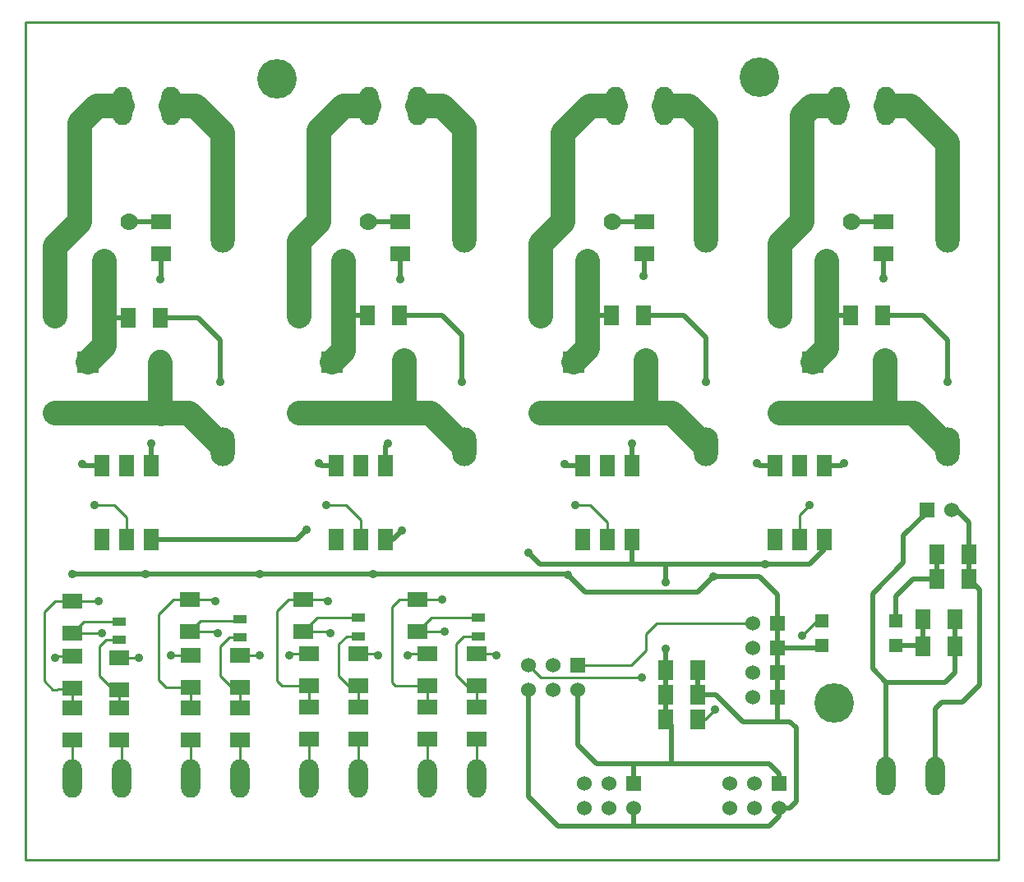
<source format=gbl>
G04 (created by PCBNEW (2011-nov-30)-testing) date ven. 21 sept. 2012 13:22:40 CEST*
%MOIN*%
G04 Gerber Fmt 3.4, Leading zero omitted, Abs format*
%FSLAX34Y34*%
G01*
G70*
G90*
G04 APERTURE LIST*
%ADD10C,0.006*%
%ADD11C,0.01*%
%ADD12R,0.06X0.08*%
%ADD13R,0.06X0.06*%
%ADD14C,0.06*%
%ADD15O,0.078X0.156*%
%ADD16C,0.055*%
%ADD17R,0.062X0.09*%
%ADD18R,0.0882X0.0882*%
%ADD19C,0.0882*%
%ADD20R,0.055X0.055*%
%ADD21O,0.0984X0.1575*%
%ADD22C,0.07*%
%ADD23R,0.08X0.06*%
%ADD24R,0.055X0.035*%
%ADD25C,0.16*%
%ADD26C,0.035*%
%ADD27C,0.02*%
%ADD28C,0.1*%
G04 APERTURE END LIST*
G54D10*
G54D11*
X51100Y-61600D02*
X51100Y-61400D01*
X90550Y-61600D02*
X51100Y-61600D01*
X90550Y-27600D02*
X90550Y-61600D01*
X51100Y-27600D02*
X90550Y-27600D01*
X51100Y-61400D02*
X51100Y-27600D01*
G54D12*
X66250Y-39500D03*
X64950Y-39500D03*
X56550Y-39600D03*
X55250Y-39600D03*
X76150Y-39500D03*
X74850Y-39500D03*
X85850Y-39500D03*
X84550Y-39500D03*
G54D13*
X73500Y-53700D03*
G54D14*
X73500Y-54700D03*
X72500Y-53700D03*
X72500Y-54700D03*
X71500Y-53700D03*
X71500Y-54700D03*
G54D15*
X66990Y-31000D03*
X65020Y-31000D03*
X76990Y-31000D03*
X75020Y-31000D03*
X56990Y-31000D03*
X55020Y-31000D03*
X85990Y-31000D03*
X84020Y-31000D03*
G54D16*
X52300Y-43469D03*
X52300Y-39531D03*
X62200Y-43469D03*
X62200Y-39531D03*
X72000Y-43469D03*
X72000Y-39531D03*
X81700Y-43469D03*
X81700Y-39531D03*
G54D17*
X65700Y-48600D03*
X64700Y-48600D03*
X63700Y-48600D03*
X63700Y-45600D03*
X64700Y-45600D03*
X65700Y-45600D03*
X75700Y-48600D03*
X74700Y-48600D03*
X73700Y-48600D03*
X73700Y-45600D03*
X74700Y-45600D03*
X75700Y-45600D03*
X83500Y-48600D03*
X82500Y-48600D03*
X81500Y-48600D03*
X81500Y-45600D03*
X82500Y-45600D03*
X83500Y-45600D03*
X56200Y-48600D03*
X55200Y-48600D03*
X54200Y-48600D03*
X54200Y-45600D03*
X55200Y-45600D03*
X56200Y-45600D03*
G54D18*
X73324Y-41400D03*
G54D19*
X76276Y-41350D03*
G54D18*
X63524Y-41400D03*
G54D19*
X66476Y-41350D03*
G54D18*
X53624Y-41400D03*
G54D19*
X56576Y-41350D03*
G54D18*
X83024Y-41400D03*
G54D19*
X85976Y-41350D03*
G54D13*
X81650Y-58500D03*
G54D14*
X81650Y-59500D03*
X80650Y-58500D03*
X80650Y-59500D03*
X79650Y-58500D03*
X79650Y-59500D03*
G54D13*
X75750Y-58500D03*
G54D14*
X75750Y-59500D03*
X74750Y-58500D03*
X74750Y-59500D03*
X73750Y-58500D03*
X73750Y-59500D03*
G54D12*
X78350Y-55900D03*
X77050Y-55900D03*
X88050Y-50200D03*
X89350Y-50200D03*
X88050Y-49200D03*
X89350Y-49200D03*
X87500Y-51850D03*
X88800Y-51850D03*
X87500Y-52950D03*
X88800Y-52950D03*
G54D20*
X86400Y-51900D03*
X86400Y-52900D03*
X83400Y-52900D03*
X83400Y-51900D03*
G54D21*
X59100Y-36169D03*
X59100Y-44831D03*
X68900Y-36169D03*
X68900Y-44831D03*
X78700Y-36169D03*
X78700Y-44831D03*
X88500Y-36169D03*
X88500Y-44831D03*
G54D22*
X55300Y-35700D03*
X54300Y-37300D03*
X53300Y-35700D03*
X65000Y-35700D03*
X64000Y-37300D03*
X63000Y-35700D03*
X74900Y-35700D03*
X73900Y-37300D03*
X72900Y-35700D03*
X84600Y-35700D03*
X83600Y-37300D03*
X82600Y-35700D03*
G54D12*
X77050Y-54900D03*
X78350Y-54900D03*
X77050Y-53900D03*
X78350Y-53900D03*
G54D23*
X56600Y-37000D03*
X56600Y-35700D03*
X66300Y-37000D03*
X66300Y-35700D03*
X76200Y-37000D03*
X76200Y-35700D03*
X85900Y-37000D03*
X85900Y-35700D03*
G54D24*
X64600Y-52525D03*
X64600Y-51775D03*
X59800Y-52575D03*
X59800Y-51825D03*
X54900Y-52675D03*
X54900Y-51925D03*
X69450Y-52525D03*
X69450Y-51775D03*
G54D23*
X64600Y-56700D03*
X64600Y-55400D03*
X67400Y-53250D03*
X67400Y-54550D03*
X67000Y-52350D03*
X67000Y-51050D03*
X67400Y-56700D03*
X67400Y-55400D03*
X69400Y-56700D03*
X69400Y-55400D03*
X69400Y-53250D03*
X69400Y-54550D03*
X62600Y-53250D03*
X62600Y-54550D03*
X62350Y-52350D03*
X62350Y-51050D03*
X62600Y-56700D03*
X62600Y-55400D03*
X64600Y-53250D03*
X64600Y-54550D03*
X54900Y-53400D03*
X54900Y-54700D03*
X57800Y-53300D03*
X57800Y-54600D03*
X57750Y-52350D03*
X57750Y-51050D03*
X57800Y-56750D03*
X57800Y-55450D03*
X59800Y-53300D03*
X59800Y-54600D03*
X59800Y-56750D03*
X59800Y-55450D03*
X53000Y-53350D03*
X53000Y-54650D03*
X53000Y-52400D03*
X53000Y-51100D03*
X53000Y-56750D03*
X53000Y-55450D03*
X54900Y-56750D03*
X54900Y-55450D03*
G54D15*
X53010Y-58300D03*
X54980Y-58300D03*
X57810Y-58300D03*
X59780Y-58300D03*
X62610Y-58300D03*
X64580Y-58300D03*
X67410Y-58300D03*
X69380Y-58300D03*
X86010Y-58200D03*
X87980Y-58200D03*
G54D13*
X81600Y-55000D03*
G54D14*
X80600Y-55000D03*
G54D13*
X81600Y-54000D03*
G54D14*
X80600Y-54000D03*
G54D13*
X81600Y-52000D03*
G54D14*
X80600Y-52000D03*
G54D13*
X81600Y-53000D03*
G54D14*
X80600Y-53000D03*
G54D13*
X87650Y-47400D03*
G54D14*
X88650Y-47400D03*
G54D25*
X61300Y-29900D03*
X80850Y-29850D03*
X83900Y-55250D03*
G54D26*
X81100Y-49600D03*
X77050Y-53050D03*
X77050Y-50350D03*
X71500Y-49150D03*
X66350Y-48250D03*
X62500Y-48200D03*
X59000Y-42200D03*
X56200Y-44700D03*
X53400Y-45550D03*
X56550Y-38050D03*
X68800Y-42200D03*
X65800Y-44700D03*
X63000Y-45500D03*
X66300Y-38050D03*
X78700Y-42200D03*
X75700Y-44700D03*
X72950Y-45550D03*
X76150Y-37900D03*
X88500Y-42200D03*
X84300Y-45500D03*
X80750Y-45500D03*
X85900Y-38000D03*
X55700Y-53400D03*
X60600Y-53300D03*
X65400Y-53300D03*
X70200Y-53300D03*
X79050Y-55500D03*
X76100Y-54200D03*
X82600Y-52500D03*
X73100Y-50050D03*
X65200Y-50000D03*
X60600Y-50000D03*
X55950Y-50000D03*
X53000Y-50000D03*
X79000Y-50100D03*
X73400Y-47200D03*
X82900Y-47200D03*
X63300Y-47200D03*
X54200Y-52400D03*
X53900Y-47200D03*
X68100Y-52350D03*
X68000Y-51050D03*
X63450Y-52400D03*
X63350Y-51100D03*
X54050Y-51100D03*
X58900Y-52400D03*
X58800Y-51100D03*
X57000Y-53300D03*
X52300Y-53400D03*
X61800Y-53300D03*
X66600Y-53300D03*
G54D27*
X75750Y-57700D02*
X75750Y-58500D01*
X73500Y-55950D02*
X73500Y-56950D01*
X73500Y-54700D02*
X73500Y-55650D01*
X75550Y-57700D02*
X75750Y-57700D01*
X73500Y-55950D02*
X73500Y-55650D01*
X74250Y-57700D02*
X75550Y-57700D01*
X73500Y-56950D02*
X74250Y-57700D01*
X77300Y-56150D02*
X77300Y-57700D01*
X77050Y-54900D02*
X77050Y-55900D01*
X77050Y-53050D02*
X77050Y-53900D01*
X77050Y-55000D02*
X77050Y-53900D01*
X75750Y-57700D02*
X76200Y-57700D01*
X77300Y-57700D02*
X76200Y-57700D01*
X77300Y-57700D02*
X77300Y-57650D01*
X77300Y-57650D02*
X77300Y-57700D01*
X81650Y-58500D02*
X81650Y-58100D01*
X81650Y-58100D02*
X81250Y-57700D01*
X81250Y-57700D02*
X77300Y-57700D01*
X77050Y-49600D02*
X77050Y-50350D01*
X77000Y-49600D02*
X77050Y-49600D01*
X72700Y-49600D02*
X71950Y-49600D01*
X73700Y-49600D02*
X72800Y-49600D01*
X72800Y-49600D02*
X72700Y-49600D01*
X75700Y-49600D02*
X73700Y-49600D01*
X71950Y-49600D02*
X71500Y-49150D01*
X65700Y-48600D02*
X66000Y-48600D01*
X66000Y-48600D02*
X66350Y-48250D01*
X62100Y-48600D02*
X62500Y-48200D01*
X56200Y-48600D02*
X62100Y-48600D01*
X76950Y-55100D02*
X77050Y-55000D01*
X82900Y-49600D02*
X81100Y-49600D01*
X81100Y-49600D02*
X81000Y-49600D01*
X83500Y-49000D02*
X82900Y-49600D01*
X81000Y-49600D02*
X80300Y-49600D01*
X83500Y-48600D02*
X83500Y-49000D01*
X80300Y-49600D02*
X77000Y-49600D01*
X77000Y-49600D02*
X75700Y-49600D01*
X75700Y-48600D02*
X75700Y-49600D01*
X56550Y-39600D02*
X58100Y-39600D01*
X58100Y-39600D02*
X59000Y-40500D01*
X59000Y-40500D02*
X59000Y-42200D01*
X56200Y-44700D02*
X56200Y-45600D01*
X56600Y-37050D02*
X56600Y-38000D01*
X53450Y-45600D02*
X54200Y-45600D01*
X53400Y-45550D02*
X53450Y-45600D01*
X56600Y-38000D02*
X56550Y-38050D01*
X55300Y-35700D02*
X56550Y-35700D01*
X56550Y-35700D02*
X56600Y-35750D01*
X66250Y-39500D02*
X68000Y-39500D01*
X68000Y-39500D02*
X68800Y-40300D01*
X68800Y-40300D02*
X68800Y-42200D01*
X65800Y-44700D02*
X65700Y-44800D01*
X65700Y-44800D02*
X65700Y-45600D01*
X66300Y-37000D02*
X66300Y-38050D01*
X63100Y-45600D02*
X63700Y-45600D01*
X63000Y-45500D02*
X63100Y-45600D01*
X65000Y-35700D02*
X66300Y-35700D01*
X76150Y-39500D02*
X77800Y-39500D01*
X77800Y-39500D02*
X78700Y-40400D01*
X78700Y-40400D02*
X78700Y-42200D01*
X75700Y-44700D02*
X75700Y-45600D01*
X76200Y-37000D02*
X76200Y-37850D01*
X73000Y-45600D02*
X73700Y-45600D01*
X72950Y-45550D02*
X73000Y-45600D01*
X76200Y-37850D02*
X76150Y-37900D01*
X74900Y-35700D02*
X76200Y-35700D01*
X85850Y-39500D02*
X87500Y-39500D01*
X87500Y-39500D02*
X88500Y-40500D01*
X88500Y-40500D02*
X88500Y-42200D01*
X84300Y-45500D02*
X84200Y-45600D01*
X84200Y-45600D02*
X83500Y-45600D01*
X85900Y-37000D02*
X85900Y-38000D01*
X80850Y-45600D02*
X81500Y-45600D01*
X80750Y-45500D02*
X80850Y-45600D01*
X84600Y-35700D02*
X85900Y-35700D01*
G54D28*
X54300Y-39500D02*
X54300Y-40724D01*
X54300Y-40724D02*
X53624Y-41400D01*
G54D27*
X55250Y-39600D02*
X54300Y-39600D01*
X54500Y-39500D02*
X54300Y-39500D01*
X54400Y-39500D02*
X54500Y-39500D01*
X54300Y-39600D02*
X54400Y-39500D01*
G54D28*
X54300Y-37300D02*
X54300Y-39500D01*
X56576Y-41450D02*
X56576Y-43469D01*
X56600Y-43500D02*
X56600Y-43469D01*
X56600Y-43493D02*
X56600Y-43500D01*
X56576Y-43469D02*
X56600Y-43493D01*
X52300Y-43469D02*
X56600Y-43469D01*
X56600Y-43469D02*
X57738Y-43469D01*
X57738Y-43469D02*
X59100Y-44831D01*
X59100Y-36169D02*
X59100Y-32100D01*
X58000Y-31000D02*
X56990Y-31000D01*
X59100Y-32100D02*
X58000Y-31000D01*
X52300Y-39531D02*
X52300Y-36700D01*
X52300Y-36700D02*
X53300Y-35700D01*
X53300Y-35700D02*
X53300Y-31700D01*
X53300Y-31700D02*
X54000Y-31000D01*
X54000Y-31000D02*
X55020Y-31000D01*
G54D27*
X64950Y-39500D02*
X64000Y-39500D01*
X64000Y-39500D02*
X63800Y-39500D01*
X63800Y-39500D02*
X64000Y-39500D01*
G54D28*
X64000Y-37300D02*
X64000Y-39500D01*
X64000Y-39500D02*
X64000Y-40924D01*
X64000Y-40924D02*
X63524Y-41400D01*
X66476Y-41350D02*
X66476Y-43469D01*
X66500Y-43200D02*
X66500Y-43469D01*
X66500Y-43445D02*
X66500Y-43200D01*
X66476Y-43469D02*
X66500Y-43445D01*
X62200Y-43469D02*
X66500Y-43469D01*
X66500Y-43469D02*
X67538Y-43469D01*
X67538Y-43469D02*
X68900Y-44831D01*
X68900Y-36169D02*
X68900Y-31900D01*
X68000Y-31000D02*
X66990Y-31000D01*
X68900Y-31900D02*
X68000Y-31000D01*
X63000Y-35700D02*
X63000Y-32000D01*
X63000Y-32000D02*
X64000Y-31000D01*
X64000Y-31000D02*
X65020Y-31000D01*
X62200Y-39531D02*
X62200Y-36500D01*
X62200Y-36500D02*
X63000Y-35700D01*
G54D27*
X74850Y-39500D02*
X73900Y-39500D01*
X73900Y-39500D02*
X74000Y-39500D01*
X74000Y-39500D02*
X73900Y-39500D01*
G54D28*
X73900Y-37300D02*
X73900Y-39500D01*
X73900Y-39500D02*
X73900Y-40824D01*
X73900Y-40824D02*
X73324Y-41400D01*
X76276Y-41350D02*
X76276Y-43469D01*
X76300Y-43300D02*
X76300Y-43469D01*
X76300Y-43445D02*
X76300Y-43300D01*
X76276Y-43469D02*
X76300Y-43445D01*
X72000Y-43469D02*
X76300Y-43469D01*
X76300Y-43469D02*
X77338Y-43469D01*
X77338Y-43469D02*
X78700Y-44831D01*
X78700Y-36169D02*
X78700Y-31700D01*
X78000Y-31000D02*
X76990Y-31000D01*
X78700Y-31700D02*
X78000Y-31000D01*
X72900Y-35700D02*
X72900Y-32100D01*
X72900Y-32100D02*
X74000Y-31000D01*
X74000Y-31000D02*
X75020Y-31000D01*
X72000Y-39531D02*
X72000Y-36600D01*
X72000Y-36600D02*
X72900Y-35700D01*
G54D27*
X83600Y-39500D02*
X84550Y-39500D01*
G54D28*
X83600Y-37300D02*
X83600Y-39500D01*
X83600Y-39500D02*
X83600Y-40824D01*
X83600Y-40824D02*
X83024Y-41400D01*
X85976Y-43469D02*
X86000Y-43469D01*
X85976Y-41350D02*
X85976Y-43469D01*
X86000Y-43469D02*
X87138Y-43469D01*
X81700Y-43469D02*
X86000Y-43469D01*
X87138Y-43469D02*
X88500Y-44831D01*
X88500Y-36169D02*
X88500Y-32500D01*
X87000Y-31000D02*
X85990Y-31000D01*
X88500Y-32500D02*
X87000Y-31000D01*
X81700Y-39531D02*
X81700Y-36600D01*
X81700Y-36600D02*
X82600Y-35700D01*
X82600Y-35700D02*
X82600Y-31400D01*
X82600Y-31400D02*
X83000Y-31000D01*
X83000Y-31000D02*
X84020Y-31000D01*
G54D11*
X54900Y-53400D02*
X55700Y-53400D01*
X54980Y-58300D02*
X54980Y-56830D01*
X54980Y-56830D02*
X54900Y-56750D01*
X59800Y-53300D02*
X60600Y-53300D01*
X59780Y-58300D02*
X59780Y-56770D01*
X59780Y-56770D02*
X59800Y-56750D01*
X64600Y-53250D02*
X65350Y-53250D01*
X65350Y-53250D02*
X65400Y-53300D01*
X64580Y-58300D02*
X64580Y-56720D01*
X64580Y-56720D02*
X64600Y-56700D01*
X69400Y-53250D02*
X70150Y-53250D01*
X70150Y-53250D02*
X70200Y-53300D01*
X69380Y-58300D02*
X69380Y-56720D01*
X69380Y-56720D02*
X69400Y-56700D01*
X76700Y-52000D02*
X80600Y-52000D01*
X76250Y-52450D02*
X76700Y-52000D01*
X76250Y-53100D02*
X76250Y-52450D01*
X75650Y-53700D02*
X76250Y-53100D01*
X73500Y-53700D02*
X75650Y-53700D01*
G54D27*
X86010Y-54410D02*
X88390Y-54410D01*
X88800Y-54000D02*
X88800Y-52950D01*
X88390Y-54410D02*
X88800Y-54000D01*
X85450Y-50800D02*
X85450Y-53850D01*
X87650Y-47400D02*
X87650Y-47500D01*
X87650Y-47500D02*
X86700Y-48450D01*
X86700Y-48450D02*
X86700Y-49550D01*
X86700Y-49550D02*
X85450Y-50800D01*
X86010Y-54410D02*
X86010Y-56790D01*
X85450Y-53850D02*
X86010Y-54410D01*
X86010Y-57900D02*
X86010Y-56790D01*
X88800Y-51850D02*
X88800Y-52950D01*
X87980Y-56450D02*
X87980Y-55470D01*
X89800Y-54500D02*
X89800Y-50650D01*
X89800Y-50650D02*
X89350Y-50200D01*
X89100Y-55200D02*
X89800Y-54500D01*
X88250Y-55200D02*
X89100Y-55200D01*
X87980Y-55470D02*
X88250Y-55200D01*
X88650Y-47400D02*
X88850Y-47400D01*
X89350Y-47900D02*
X89350Y-49200D01*
X88850Y-47400D02*
X89350Y-47900D01*
X89350Y-50200D02*
X89350Y-49200D01*
X87980Y-57900D02*
X87980Y-56450D01*
X87980Y-56450D02*
X87980Y-56320D01*
G54D11*
X78350Y-55900D02*
X78650Y-55900D01*
X78650Y-55900D02*
X79050Y-55500D01*
X72000Y-54200D02*
X76100Y-54200D01*
X71500Y-53700D02*
X72000Y-54200D01*
X83400Y-51900D02*
X83200Y-51900D01*
X83200Y-51900D02*
X82600Y-52500D01*
G54D27*
X86400Y-52900D02*
X87450Y-52900D01*
X87450Y-52900D02*
X87500Y-52950D01*
X87500Y-51850D02*
X87500Y-52950D01*
G54D11*
X87450Y-51900D02*
X87500Y-51850D01*
G54D27*
X88050Y-50200D02*
X87100Y-50200D01*
X87100Y-50200D02*
X86400Y-50900D01*
X86400Y-50900D02*
X86400Y-51900D01*
X88050Y-49200D02*
X88050Y-50200D01*
X82350Y-56550D02*
X82350Y-59250D01*
X82350Y-56250D02*
X82100Y-56000D01*
X81600Y-56000D02*
X82100Y-56000D01*
X82350Y-56550D02*
X82350Y-56250D01*
X82350Y-59250D02*
X82100Y-59500D01*
X71500Y-54700D02*
X71500Y-59050D01*
X71750Y-59300D02*
X72700Y-60250D01*
X72700Y-60250D02*
X75750Y-60250D01*
X71500Y-59050D02*
X71750Y-59300D01*
X82100Y-59500D02*
X81650Y-59500D01*
X81600Y-56000D02*
X81600Y-55450D01*
X81600Y-55450D02*
X81600Y-55000D01*
X75750Y-60250D02*
X81250Y-60250D01*
X81250Y-60250D02*
X81650Y-59850D01*
X81650Y-59850D02*
X81650Y-59500D01*
X81600Y-56000D02*
X81050Y-56000D01*
X81600Y-53000D02*
X83300Y-53000D01*
X83300Y-53000D02*
X83400Y-52900D01*
X78350Y-54900D02*
X79100Y-54900D01*
X79100Y-54900D02*
X80200Y-56000D01*
X80200Y-56000D02*
X81050Y-56000D01*
X78350Y-53900D02*
X78350Y-55000D01*
X81600Y-55000D02*
X81600Y-54000D01*
X81600Y-53000D02*
X81600Y-54000D01*
X81600Y-52000D02*
X81600Y-53000D01*
X80100Y-50100D02*
X80850Y-50100D01*
X79000Y-50100D02*
X79600Y-50100D01*
X79600Y-50100D02*
X80100Y-50100D01*
X81600Y-50850D02*
X81600Y-52000D01*
X80850Y-50100D02*
X81600Y-50850D01*
X75750Y-60250D02*
X75750Y-59500D01*
X79000Y-50100D02*
X78350Y-50750D01*
X73800Y-50750D02*
X73100Y-50050D01*
X78350Y-50750D02*
X73800Y-50750D01*
X78950Y-50050D02*
X79000Y-50100D01*
X65200Y-50000D02*
X73050Y-50000D01*
X73050Y-50000D02*
X73100Y-50050D01*
X60600Y-50000D02*
X65200Y-50000D01*
X55950Y-50000D02*
X60600Y-50000D01*
X53000Y-50000D02*
X55950Y-50000D01*
G54D11*
X74700Y-48600D02*
X74700Y-47900D01*
X74000Y-47200D02*
X73400Y-47200D01*
X74700Y-47900D02*
X74000Y-47200D01*
X82500Y-48600D02*
X82500Y-47600D01*
X82500Y-47600D02*
X82900Y-47200D01*
X64700Y-48600D02*
X64700Y-47800D01*
X64100Y-47200D02*
X63300Y-47200D01*
X64700Y-47800D02*
X64100Y-47200D01*
X54200Y-52400D02*
X53000Y-52400D01*
X54900Y-51925D02*
X53475Y-51925D01*
X53475Y-51925D02*
X53000Y-52400D01*
X55200Y-48600D02*
X55200Y-47700D01*
X54700Y-47200D02*
X53900Y-47200D01*
X55200Y-47700D02*
X54700Y-47200D01*
X54900Y-54700D02*
X54650Y-54700D01*
X54375Y-52675D02*
X54900Y-52675D01*
X54100Y-52950D02*
X54375Y-52675D01*
X54100Y-54150D02*
X54100Y-52950D01*
X54650Y-54700D02*
X54100Y-54150D01*
X54900Y-55450D02*
X54900Y-54700D01*
X69450Y-51775D02*
X67575Y-51775D01*
X67575Y-51775D02*
X67000Y-52350D01*
X68100Y-52350D02*
X67000Y-52350D01*
X67000Y-51050D02*
X66250Y-51050D01*
X66100Y-54550D02*
X67400Y-54550D01*
X65950Y-54400D02*
X66100Y-54550D01*
X65950Y-51350D02*
X65950Y-54400D01*
X66250Y-51050D02*
X65950Y-51350D01*
X67400Y-55400D02*
X67400Y-54550D01*
X67000Y-51050D02*
X68000Y-51050D01*
X69450Y-52525D02*
X68875Y-52525D01*
X69000Y-54550D02*
X69400Y-54550D01*
X68550Y-54100D02*
X69000Y-54550D01*
X68550Y-52850D02*
X68550Y-54100D01*
X68875Y-52525D02*
X68550Y-52850D01*
X69400Y-55400D02*
X69400Y-54550D01*
X64600Y-51775D02*
X62925Y-51775D01*
X62925Y-51775D02*
X62350Y-52350D01*
X63400Y-52350D02*
X62350Y-52350D01*
X63450Y-52400D02*
X63400Y-52350D01*
X62350Y-51050D02*
X61750Y-51050D01*
X61500Y-54550D02*
X62600Y-54550D01*
X61300Y-54350D02*
X61500Y-54550D01*
X61300Y-51500D02*
X61300Y-54350D01*
X61750Y-51050D02*
X61300Y-51500D01*
X62600Y-55400D02*
X62600Y-54550D01*
X62350Y-51050D02*
X63300Y-51050D01*
X63300Y-51050D02*
X63350Y-51100D01*
X64600Y-52525D02*
X64125Y-52525D01*
X64200Y-54550D02*
X64600Y-54550D01*
X63800Y-54150D02*
X64200Y-54550D01*
X63800Y-52850D02*
X63800Y-54150D01*
X64125Y-52525D02*
X63800Y-52850D01*
X64600Y-55400D02*
X64600Y-54550D01*
X53000Y-54650D02*
X52200Y-54700D01*
X52300Y-51100D02*
X53000Y-51100D01*
X51850Y-51550D02*
X52300Y-51100D01*
X51850Y-54350D02*
X51850Y-51550D01*
X52200Y-54700D02*
X51850Y-54350D01*
X53000Y-51100D02*
X54050Y-51100D01*
X53000Y-55450D02*
X53000Y-54650D01*
X59800Y-52575D02*
X59375Y-52575D01*
X59450Y-54600D02*
X59800Y-54600D01*
X59000Y-54150D02*
X59450Y-54600D01*
X59000Y-52950D02*
X59000Y-54150D01*
X59375Y-52575D02*
X59000Y-52950D01*
X59800Y-55450D02*
X59800Y-54600D01*
X58850Y-52350D02*
X57750Y-52350D01*
X58900Y-52400D02*
X58850Y-52350D01*
X57750Y-52350D02*
X58200Y-51900D01*
X59725Y-51900D02*
X59800Y-51825D01*
X58200Y-51900D02*
X59725Y-51900D01*
X57750Y-51050D02*
X57100Y-51050D01*
X56800Y-54600D02*
X57800Y-54600D01*
X56500Y-54300D02*
X56800Y-54600D01*
X56500Y-51650D02*
X56500Y-54300D01*
X57100Y-51050D02*
X56500Y-51650D01*
X57800Y-55450D02*
X57800Y-54600D01*
X57750Y-51050D02*
X58750Y-51050D01*
X58750Y-51050D02*
X58800Y-51100D01*
X57800Y-53300D02*
X57000Y-53300D01*
X57810Y-58300D02*
X57810Y-56760D01*
X57810Y-56760D02*
X57800Y-56750D01*
X53000Y-53350D02*
X52350Y-53350D01*
X52350Y-53350D02*
X52300Y-53400D01*
X53010Y-58300D02*
X53010Y-56760D01*
X53010Y-56760D02*
X53000Y-56750D01*
X62600Y-53250D02*
X61850Y-53250D01*
X61850Y-53250D02*
X61800Y-53300D01*
X62610Y-58300D02*
X62610Y-56710D01*
X62610Y-56710D02*
X62600Y-56700D01*
X67400Y-53250D02*
X66650Y-53250D01*
X66650Y-53250D02*
X66600Y-53300D01*
X67410Y-58300D02*
X67410Y-56710D01*
X67410Y-56710D02*
X67400Y-56700D01*
M02*

</source>
